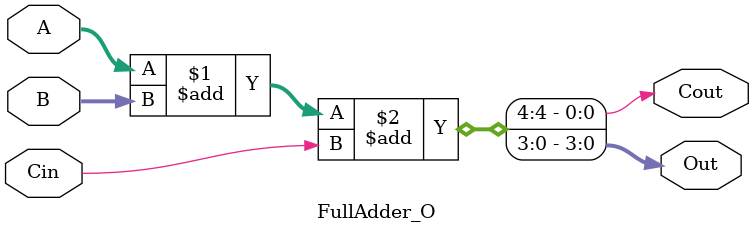
<source format=v>
module FullAdder_O  #(
	parameter W = 4
) (
	input 	wire [W-1:0] 	A, B,
	input 	wire 				Cin,
	output 	wire [W-1:0] 	Out,
	output 	wire 				Cout
);

	assign {Cout, Out} = A + B + Cin;
endmodule 

</source>
